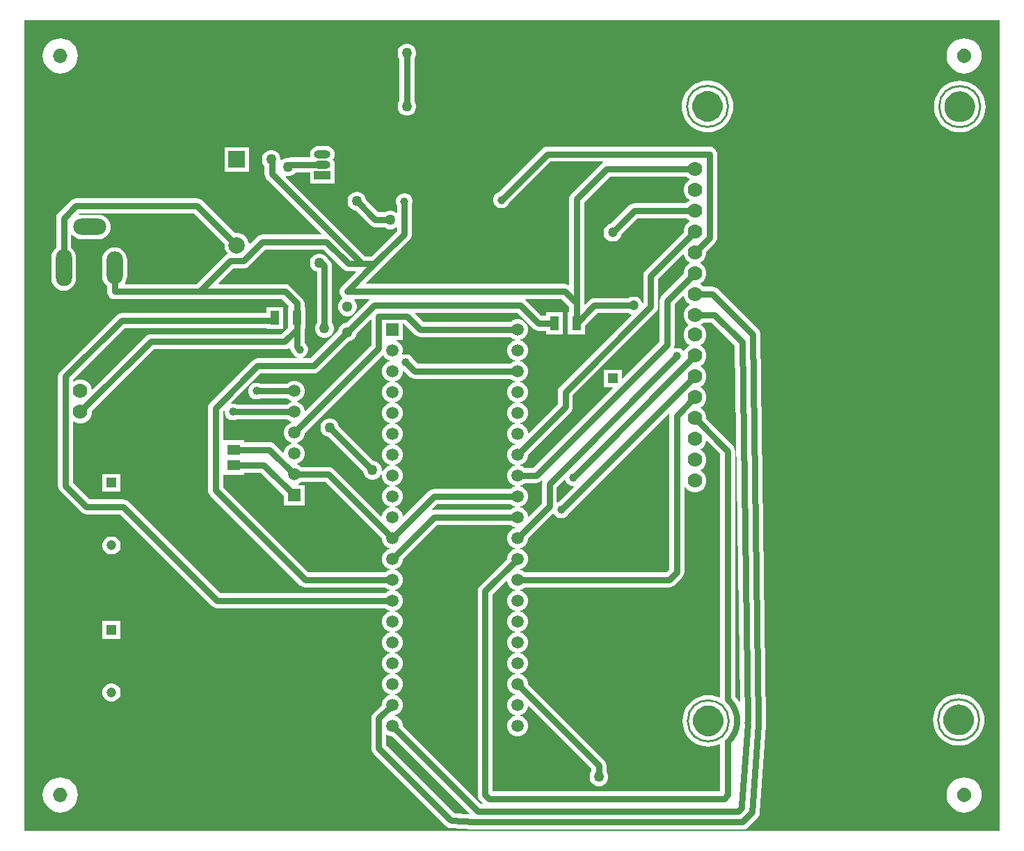
<source format=gbl>
G04*
G04 #@! TF.GenerationSoftware,Altium Limited,Altium Designer,23.1.1 (15)*
G04*
G04 Layer_Physical_Order=2*
G04 Layer_Color=16711680*
%FSLAX44Y44*%
%MOMM*%
G71*
G04*
G04 #@! TF.SameCoordinates,D6B2EDEF-5A9D-4844-A5D7-26F624485CE4*
G04*
G04*
G04 #@! TF.FilePolarity,Positive*
G04*
G01*
G75*
%ADD14C,0.2540*%
%ADD17R,1.1000X1.7000*%
%ADD19R,1.5000X1.3000*%
%ADD47C,0.8000*%
%ADD48C,1.7780*%
%ADD49C,1.3000*%
%ADD50C,1.5000*%
%ADD51R,1.5000X1.5000*%
%ADD52R,1.5000X1.5000*%
%ADD53R,1.2000X1.2000*%
%ADD54C,1.2000*%
%ADD55O,2.0000X1.0000*%
%ADD56R,2.0000X1.0000*%
%ADD57C,2.0000*%
%ADD58R,2.0000X2.0000*%
%ADD59O,2.0000X4.5000*%
%ADD60O,2.0000X4.0000*%
%ADD61O,4.0000X2.0000*%
%ADD62C,1.5000*%
%ADD63C,1.2700*%
%ADD64C,1.0000*%
G36*
X1594167Y272333D02*
X406953D01*
Y1259547D01*
X1594167D01*
Y272333D01*
D02*
G37*
%LPC*%
G36*
X1550560Y1237313D02*
X1546390Y1236902D01*
X1542381Y1235686D01*
X1538686Y1233711D01*
X1535447Y1231053D01*
X1532789Y1227814D01*
X1530814Y1224119D01*
X1529598Y1220110D01*
X1529187Y1215940D01*
X1529598Y1211770D01*
X1530814Y1207761D01*
X1532789Y1204066D01*
X1535447Y1200827D01*
X1538686Y1198169D01*
X1542381Y1196194D01*
X1546390Y1194978D01*
X1550560Y1194567D01*
X1554730Y1194978D01*
X1558739Y1196194D01*
X1562434Y1198169D01*
X1565673Y1200827D01*
X1568331Y1204066D01*
X1570306Y1207761D01*
X1571522Y1211770D01*
X1571933Y1215940D01*
X1571522Y1220110D01*
X1570306Y1224119D01*
X1568331Y1227814D01*
X1565673Y1231053D01*
X1562434Y1233711D01*
X1558739Y1235686D01*
X1554730Y1236902D01*
X1550560Y1237313D01*
D02*
G37*
G36*
X450560D02*
X446390Y1236902D01*
X442381Y1235686D01*
X438686Y1233711D01*
X435447Y1231053D01*
X432789Y1227814D01*
X430814Y1224119D01*
X429598Y1220110D01*
X429187Y1215940D01*
X429598Y1211770D01*
X430814Y1207761D01*
X432789Y1204066D01*
X435447Y1200827D01*
X438686Y1198169D01*
X442381Y1196194D01*
X446390Y1194978D01*
X450560Y1194567D01*
X454730Y1194978D01*
X458739Y1196194D01*
X462434Y1198169D01*
X465673Y1200827D01*
X468331Y1204066D01*
X470306Y1207761D01*
X471522Y1211770D01*
X471933Y1215940D01*
X471522Y1220110D01*
X470306Y1224119D01*
X468331Y1227814D01*
X465673Y1231053D01*
X462434Y1233711D01*
X458739Y1235686D01*
X454730Y1236902D01*
X450560Y1237313D01*
D02*
G37*
G36*
X873984Y1230550D02*
X870996D01*
X868109Y1229777D01*
X865521Y1228282D01*
X863408Y1226169D01*
X861914Y1223581D01*
X861140Y1220694D01*
Y1217706D01*
X861914Y1214819D01*
X863408Y1212231D01*
X863412Y1212226D01*
Y1161404D01*
X863408Y1161399D01*
X861914Y1158811D01*
X861140Y1155924D01*
Y1152936D01*
X861914Y1150049D01*
X863408Y1147461D01*
X865521Y1145348D01*
X868109Y1143854D01*
X870996Y1143080D01*
X873984D01*
X876871Y1143854D01*
X879459Y1145348D01*
X881572Y1147461D01*
X883066Y1150049D01*
X883840Y1152936D01*
Y1155924D01*
X883066Y1158811D01*
X881572Y1161399D01*
X881568Y1161404D01*
Y1212226D01*
X881572Y1212231D01*
X883066Y1214819D01*
X883840Y1217706D01*
Y1220694D01*
X883066Y1223581D01*
X881572Y1226169D01*
X879459Y1228282D01*
X876871Y1229777D01*
X873984Y1230550D01*
D02*
G37*
G36*
X1238390Y1185797D02*
X1233483Y1185411D01*
X1228697Y1184261D01*
X1224150Y1182378D01*
X1219953Y1179806D01*
X1216210Y1176610D01*
X1213014Y1172867D01*
X1210442Y1168670D01*
X1208559Y1164123D01*
X1207410Y1159337D01*
X1207023Y1154430D01*
X1207410Y1149523D01*
X1208559Y1144737D01*
X1210442Y1140190D01*
X1213014Y1135993D01*
X1216210Y1132250D01*
X1219953Y1129054D01*
X1224150Y1126482D01*
X1228697Y1124598D01*
X1233483Y1123449D01*
X1238390Y1123063D01*
X1243297Y1123449D01*
X1248083Y1124598D01*
X1252630Y1126482D01*
X1256827Y1129054D01*
X1260570Y1132250D01*
X1263766Y1135993D01*
X1266338Y1140190D01*
X1268222Y1144737D01*
X1269370Y1149523D01*
X1269757Y1154430D01*
X1269370Y1159337D01*
X1268222Y1164123D01*
X1266338Y1168670D01*
X1263766Y1172867D01*
X1260570Y1176610D01*
X1256827Y1179806D01*
X1252630Y1182378D01*
X1248083Y1184261D01*
X1243297Y1185411D01*
X1238390Y1185797D01*
D02*
G37*
G36*
X1545323Y1185489D02*
X1540416Y1185102D01*
X1535630Y1183953D01*
X1531083Y1182070D01*
X1526886Y1179498D01*
X1523143Y1176302D01*
X1519947Y1172559D01*
X1517375Y1168362D01*
X1515491Y1163815D01*
X1514342Y1159029D01*
X1513956Y1154122D01*
X1514342Y1149215D01*
X1515491Y1144429D01*
X1517375Y1139882D01*
X1519947Y1135685D01*
X1523143Y1131942D01*
X1526886Y1128746D01*
X1531083Y1126174D01*
X1535630Y1124290D01*
X1540416Y1123141D01*
X1545323Y1122755D01*
X1550230Y1123141D01*
X1555016Y1124290D01*
X1559563Y1126174D01*
X1563760Y1128746D01*
X1567502Y1131942D01*
X1570699Y1135685D01*
X1573271Y1139882D01*
X1575154Y1144429D01*
X1576303Y1149215D01*
X1576689Y1154122D01*
X1576303Y1159029D01*
X1575154Y1163815D01*
X1573271Y1168362D01*
X1570699Y1172559D01*
X1567502Y1176302D01*
X1563760Y1179498D01*
X1559563Y1182070D01*
X1555016Y1183953D01*
X1550230Y1185102D01*
X1545323Y1185489D01*
D02*
G37*
G36*
X774620Y1106096D02*
X764620D01*
X762010Y1105753D01*
X759577Y1104745D01*
X757488Y1103142D01*
X755885Y1101053D01*
X754877Y1098621D01*
X754534Y1096010D01*
X754843Y1093658D01*
X754120Y1092388D01*
X731522D01*
X729298Y1092095D01*
X729204Y1092120D01*
X726216D01*
X723329Y1091347D01*
X720741Y1089852D01*
X720010Y1089121D01*
X718740Y1089647D01*
Y1091154D01*
X717967Y1094041D01*
X716472Y1096629D01*
X714359Y1098742D01*
X711771Y1100237D01*
X708884Y1101010D01*
X705896D01*
X703009Y1100237D01*
X700421Y1098742D01*
X698308Y1096629D01*
X696814Y1094041D01*
X696040Y1091154D01*
Y1088166D01*
X696814Y1085279D01*
X698308Y1082691D01*
X699212Y1081787D01*
Y1072251D01*
X699521Y1069901D01*
X700428Y1067712D01*
X701870Y1065832D01*
X768121Y999581D01*
X767635Y998408D01*
X696620D01*
X694270Y998098D01*
X692081Y997191D01*
X690201Y995749D01*
X681645Y987193D01*
X680267Y987611D01*
X679903Y989436D01*
X678773Y992165D01*
X677131Y994622D01*
X675042Y996712D01*
X672585Y998353D01*
X669855Y999484D01*
X666957Y1000060D01*
X664003D01*
X663431Y999947D01*
X623527Y1039851D01*
X621647Y1041293D01*
X619458Y1042200D01*
X617108Y1042510D01*
X469900D01*
X469900Y1042510D01*
X467551Y1042200D01*
X465361Y1041293D01*
X463481Y1039851D01*
X463481Y1039851D01*
X448401Y1024771D01*
X446959Y1022891D01*
X446052Y1020702D01*
X445742Y1018352D01*
Y982035D01*
X444162Y980738D01*
X442288Y978454D01*
X440895Y975848D01*
X440037Y973020D01*
X439748Y970080D01*
Y945080D01*
X440037Y942140D01*
X440895Y939312D01*
X442288Y936706D01*
X444162Y934422D01*
X446446Y932548D01*
X449052Y931155D01*
X451880Y930297D01*
X454820Y930007D01*
X457761Y930297D01*
X460588Y931155D01*
X463194Y932548D01*
X465478Y934422D01*
X467352Y936706D01*
X468745Y939312D01*
X469603Y942140D01*
X469893Y945080D01*
Y970080D01*
X469603Y973020D01*
X468745Y975848D01*
X467352Y978454D01*
X465478Y980738D01*
X463898Y982035D01*
Y997679D01*
X465168Y998134D01*
X466162Y996922D01*
X468446Y995048D01*
X471052Y993655D01*
X473880Y992797D01*
X476820Y992507D01*
X496820D01*
X499760Y992797D01*
X502588Y993655D01*
X505194Y995048D01*
X507478Y996922D01*
X509352Y999206D01*
X510745Y1001812D01*
X511603Y1004639D01*
X511893Y1007580D01*
X511603Y1010520D01*
X510745Y1013348D01*
X509352Y1015954D01*
X507478Y1018238D01*
X505194Y1020112D01*
X502588Y1021505D01*
X499760Y1022363D01*
X496820Y1022653D01*
X476820D01*
X473880Y1022363D01*
X473284Y1022182D01*
X472611Y1023305D01*
X473660Y1024354D01*
X613348D01*
X650594Y987109D01*
X650480Y986538D01*
Y983583D01*
X651057Y980685D01*
X652187Y977955D01*
X653736Y975638D01*
X653766Y975203D01*
X653405Y974126D01*
X652911Y973922D01*
X651031Y972479D01*
X616508Y937956D01*
X529811D01*
X529268Y939104D01*
X529352Y939206D01*
X530745Y941812D01*
X531603Y944640D01*
X531893Y947580D01*
Y967580D01*
X531603Y970520D01*
X530745Y973348D01*
X529352Y975954D01*
X527478Y978238D01*
X525194Y980112D01*
X522588Y981505D01*
X519760Y982363D01*
X516820Y982653D01*
X513879Y982363D01*
X511052Y981505D01*
X508446Y980112D01*
X506162Y978238D01*
X504287Y975954D01*
X502895Y973348D01*
X502037Y970520D01*
X501747Y967580D01*
Y947580D01*
X502037Y944640D01*
X502895Y941812D01*
X504287Y939206D01*
X506162Y936922D01*
X507742Y935625D01*
Y928878D01*
X508052Y926528D01*
X508958Y924339D01*
X510401Y922459D01*
X512281Y921016D01*
X514470Y920110D01*
X516820Y919800D01*
X720432D01*
X728842Y911390D01*
X728316Y910120D01*
X728170D01*
Y885026D01*
X720140Y876996D01*
X560578D01*
X560578Y876996D01*
X558229Y876686D01*
X556039Y875779D01*
X554159Y874337D01*
X490013Y810191D01*
X488596Y810570D01*
X487923Y813081D01*
X486095Y816249D01*
X483509Y818835D01*
X480341Y820663D01*
X476809Y821610D01*
X473151D01*
X469619Y820663D01*
X467294Y819321D01*
X466024Y820054D01*
Y821740D01*
X528778Y884494D01*
X701170D01*
Y883120D01*
X722170D01*
Y910120D01*
X701170D01*
Y902650D01*
X525018D01*
X522668Y902340D01*
X520479Y901433D01*
X518599Y899991D01*
X450527Y831919D01*
X449085Y830039D01*
X448178Y827849D01*
X447868Y825500D01*
Y692404D01*
X448178Y690055D01*
X449085Y687865D01*
X450527Y685985D01*
X476181Y660331D01*
X478061Y658888D01*
X480251Y657982D01*
X482600Y657672D01*
X482600Y657672D01*
X523544D01*
X635185Y546031D01*
X637065Y544589D01*
X639254Y543682D01*
X641604Y543372D01*
X846110D01*
X847035Y542448D01*
X849885Y540802D01*
X851357Y540407D01*
Y539093D01*
X849885Y538698D01*
X847035Y537052D01*
X844707Y534725D01*
X843062Y531875D01*
X842210Y528696D01*
Y525404D01*
X843062Y522225D01*
X844707Y519375D01*
X847035Y517048D01*
X849885Y515402D01*
X851357Y515007D01*
Y513693D01*
X849885Y513298D01*
X847035Y511652D01*
X844707Y509325D01*
X843062Y506475D01*
X842210Y503296D01*
Y500004D01*
X843062Y496825D01*
X844707Y493975D01*
X847035Y491647D01*
X849885Y490002D01*
X851357Y489607D01*
Y488293D01*
X849885Y487898D01*
X847035Y486253D01*
X844707Y483925D01*
X843062Y481075D01*
X842210Y477896D01*
Y474604D01*
X843062Y471425D01*
X844707Y468575D01*
X847035Y466247D01*
X849885Y464602D01*
X851357Y464207D01*
Y462893D01*
X849885Y462498D01*
X847035Y460853D01*
X844707Y458525D01*
X843062Y455675D01*
X842210Y452496D01*
Y449204D01*
X843062Y446025D01*
X844707Y443175D01*
X847035Y440848D01*
X849885Y439202D01*
X851357Y438807D01*
Y437493D01*
X849885Y437098D01*
X847035Y435452D01*
X844707Y433125D01*
X843062Y430275D01*
X842210Y427096D01*
Y425788D01*
X831781Y415359D01*
X830339Y413479D01*
X829432Y411289D01*
X829122Y408940D01*
Y372872D01*
X829432Y370523D01*
X830339Y368333D01*
X831781Y366453D01*
X917830Y280404D01*
X920173Y278061D01*
X920905Y277500D01*
X921602Y276897D01*
X921842Y276781D01*
X922053Y276618D01*
X922905Y276266D01*
X923735Y275864D01*
X923997Y275814D01*
X924243Y275712D01*
X925157Y275591D01*
X926063Y275418D01*
X952936Y273848D01*
X953201Y273867D01*
X953465Y273832D01*
X1280815D01*
X1283165Y274142D01*
X1285354Y275049D01*
X1287234Y276491D01*
X1299294Y288551D01*
X1299815Y289230D01*
X1300385Y289870D01*
X1300534Y290167D01*
X1300737Y290431D01*
X1301064Y291222D01*
X1301449Y291987D01*
X1301516Y292313D01*
X1301644Y292620D01*
X1301755Y293470D01*
X1301929Y294308D01*
X1302770Y305817D01*
X1302769Y305831D01*
X1302772Y305846D01*
X1309422Y401080D01*
X1309385Y401673D01*
X1309633Y406092D01*
X1309581Y407029D01*
X1309593Y407130D01*
X1302656Y876984D01*
X1302494Y878090D01*
X1302348Y879200D01*
X1302322Y879262D01*
X1302312Y879329D01*
X1301869Y880356D01*
X1301441Y881389D01*
X1301400Y881443D01*
X1301373Y881505D01*
X1300680Y882382D01*
X1299998Y883269D01*
X1251019Y932249D01*
X1249139Y933691D01*
X1246949Y934598D01*
X1244600Y934908D01*
X1233576D01*
X1231539Y936945D01*
X1229893Y937895D01*
Y939165D01*
X1231539Y940115D01*
X1234125Y942701D01*
X1235953Y945869D01*
X1236900Y949401D01*
Y953059D01*
X1235953Y956591D01*
X1234125Y959759D01*
X1231539Y962345D01*
X1229893Y963295D01*
Y964565D01*
X1231539Y965515D01*
X1234125Y968101D01*
X1235953Y971269D01*
X1236900Y974801D01*
Y977682D01*
X1247463Y988245D01*
X1248905Y990125D01*
X1249812Y992315D01*
X1250122Y994664D01*
X1250122Y994664D01*
Y1096010D01*
X1249812Y1098360D01*
X1248905Y1100549D01*
X1247463Y1102429D01*
X1247209Y1102683D01*
X1245329Y1104126D01*
X1243139Y1105032D01*
X1240790Y1105342D01*
X1043301D01*
X1040952Y1105032D01*
X1038763Y1104126D01*
X1036883Y1102683D01*
X984157Y1049958D01*
X983692Y1049833D01*
X981412Y1048516D01*
X979550Y1046655D01*
X978233Y1044374D01*
X977552Y1041831D01*
Y1039198D01*
X978233Y1036655D01*
X979550Y1034374D01*
X981412Y1032513D01*
X983692Y1031196D01*
X986236Y1030515D01*
X988868D01*
X991412Y1031196D01*
X993692Y1032513D01*
X995554Y1034374D01*
X996870Y1036655D01*
X996995Y1037120D01*
X1047061Y1087186D01*
X1110757D01*
X1110933Y1086845D01*
X1111093Y1085916D01*
X1109441Y1084649D01*
X1072611Y1047819D01*
X1071169Y1045939D01*
X1070262Y1043749D01*
X1069952Y1041400D01*
Y937753D01*
X1068682Y937147D01*
X1066863Y937900D01*
X1064514Y938210D01*
X823167D01*
X822681Y939383D01*
X839539Y956241D01*
X875861Y992563D01*
X875861Y992563D01*
X877303Y994443D01*
X878210Y996633D01*
X878520Y998982D01*
Y1034545D01*
X878761Y1034962D01*
X879442Y1037505D01*
Y1040138D01*
X878761Y1042682D01*
X877444Y1044962D01*
X875582Y1046824D01*
X873302Y1048140D01*
X870759Y1048822D01*
X868126D01*
X865582Y1048140D01*
X863302Y1046824D01*
X861440Y1044962D01*
X860124Y1042682D01*
X859442Y1040138D01*
Y1037505D01*
X860124Y1034962D01*
X860364Y1034545D01*
Y1025516D01*
X859771Y1025270D01*
X859094Y1025108D01*
X856551Y1026577D01*
X853664Y1027350D01*
X850676D01*
X847789Y1026577D01*
X846180Y1025648D01*
X837580D01*
X822880Y1040348D01*
Y1040354D01*
X822106Y1043241D01*
X820612Y1045829D01*
X818499Y1047942D01*
X815911Y1049436D01*
X813024Y1050210D01*
X810036D01*
X807149Y1049436D01*
X804561Y1047942D01*
X802448Y1045829D01*
X800954Y1043241D01*
X800180Y1040354D01*
Y1037366D01*
X800954Y1034479D01*
X802448Y1031891D01*
X804561Y1029778D01*
X807149Y1028283D01*
X810036Y1027510D01*
X810042D01*
X827401Y1010151D01*
X829281Y1008708D01*
X831470Y1007802D01*
X833820Y1007492D01*
X844626D01*
X845201Y1006918D01*
X847789Y1005424D01*
X850676Y1004650D01*
X853664D01*
X856551Y1005424D01*
X859094Y1006892D01*
X859771Y1006730D01*
X860364Y1006484D01*
Y1002742D01*
X829360Y971738D01*
X821640D01*
X724927Y1068450D01*
X725585Y1069589D01*
X726216Y1069420D01*
X729204D01*
X732091Y1070193D01*
X734679Y1071688D01*
X736792Y1073801D01*
X737041Y1074232D01*
X754620D01*
Y1060610D01*
X784620D01*
Y1080610D01*
X784620Y1080610D01*
X784620D01*
X784518Y1081880D01*
X784706Y1083310D01*
X784363Y1085920D01*
X783355Y1088353D01*
X782352Y1089660D01*
X783355Y1090967D01*
X784363Y1093400D01*
X784706Y1096010D01*
X784363Y1098621D01*
X783355Y1101053D01*
X781752Y1103142D01*
X779663Y1104745D01*
X777231Y1105753D01*
X774620Y1106096D01*
D02*
G37*
G36*
X680480Y1104660D02*
X650480D01*
Y1074660D01*
X680480D01*
Y1104660D01*
D02*
G37*
G36*
X514528Y630760D02*
X511632D01*
X508834Y630010D01*
X506326Y628562D01*
X504278Y626514D01*
X502830Y624006D01*
X502080Y621208D01*
Y618312D01*
X502830Y615514D01*
X504278Y613006D01*
X506326Y610958D01*
X508834Y609510D01*
X511632Y608760D01*
X514528D01*
X517326Y609510D01*
X519834Y610958D01*
X521882Y613006D01*
X523330Y615514D01*
X524080Y618312D01*
Y621208D01*
X523330Y624006D01*
X521882Y626514D01*
X519834Y628562D01*
X517326Y630010D01*
X514528Y630760D01*
D02*
G37*
G36*
X524080Y527890D02*
X502080D01*
Y505890D01*
X524080D01*
Y527890D01*
D02*
G37*
G36*
X514528Y451690D02*
X511632D01*
X508834Y450940D01*
X506326Y449492D01*
X504278Y447444D01*
X502830Y444936D01*
X502080Y442138D01*
Y439242D01*
X502830Y436444D01*
X504278Y433936D01*
X506326Y431888D01*
X508834Y430440D01*
X511632Y429690D01*
X514528D01*
X517326Y430440D01*
X519834Y431888D01*
X521882Y433936D01*
X523330Y436444D01*
X524080Y439242D01*
Y442138D01*
X523330Y444936D01*
X521882Y447444D01*
X519834Y449492D01*
X517326Y450940D01*
X514528Y451690D01*
D02*
G37*
G36*
X1544053Y438729D02*
X1539146Y438343D01*
X1534360Y437193D01*
X1529813Y435310D01*
X1525616Y432738D01*
X1521873Y429542D01*
X1518677Y425799D01*
X1516105Y421602D01*
X1514221Y417055D01*
X1513072Y412269D01*
X1512686Y407362D01*
X1513072Y402455D01*
X1514221Y397669D01*
X1516105Y393122D01*
X1518677Y388925D01*
X1521873Y385182D01*
X1525616Y381986D01*
X1529813Y379414D01*
X1534360Y377531D01*
X1539146Y376381D01*
X1544053Y375995D01*
X1548960Y376381D01*
X1553746Y377531D01*
X1558293Y379414D01*
X1562490Y381986D01*
X1566232Y385182D01*
X1569429Y388925D01*
X1572001Y393122D01*
X1573884Y397669D01*
X1575033Y402455D01*
X1575419Y407362D01*
X1575033Y412269D01*
X1573884Y417055D01*
X1572001Y421602D01*
X1569429Y425799D01*
X1566232Y429542D01*
X1562490Y432738D01*
X1558293Y435310D01*
X1553746Y437193D01*
X1548960Y438343D01*
X1544053Y438729D01*
D02*
G37*
G36*
X1550560Y337313D02*
X1546390Y336902D01*
X1542381Y335686D01*
X1538686Y333711D01*
X1535447Y331053D01*
X1532789Y327814D01*
X1530814Y324119D01*
X1529598Y320110D01*
X1529187Y315940D01*
X1529598Y311770D01*
X1530814Y307761D01*
X1532789Y304066D01*
X1535447Y300827D01*
X1538686Y298169D01*
X1542381Y296194D01*
X1546390Y294978D01*
X1550560Y294567D01*
X1554730Y294978D01*
X1558739Y296194D01*
X1562434Y298169D01*
X1565673Y300827D01*
X1568331Y304066D01*
X1570306Y307761D01*
X1571522Y311770D01*
X1571933Y315940D01*
X1571522Y320110D01*
X1570306Y324119D01*
X1568331Y327814D01*
X1565673Y331053D01*
X1562434Y333711D01*
X1558739Y335686D01*
X1554730Y336902D01*
X1550560Y337313D01*
D02*
G37*
G36*
X450560D02*
X446390Y336902D01*
X442381Y335686D01*
X438686Y333711D01*
X435447Y331053D01*
X432789Y327814D01*
X430814Y324119D01*
X429598Y320110D01*
X429187Y315940D01*
X429598Y311770D01*
X430814Y307761D01*
X432789Y304066D01*
X435447Y300827D01*
X438686Y298169D01*
X442381Y296194D01*
X446390Y294978D01*
X450560Y294567D01*
X454730Y294978D01*
X458739Y296194D01*
X462434Y298169D01*
X465673Y300827D01*
X468331Y304066D01*
X470306Y307761D01*
X471522Y311770D01*
X471933Y315940D01*
X471522Y320110D01*
X470306Y324119D01*
X468331Y327814D01*
X465673Y331053D01*
X462434Y333711D01*
X458739Y335686D01*
X454730Y336902D01*
X450560Y337313D01*
D02*
G37*
%LPD*%
G36*
X1552806Y1224322D02*
X1554899Y1223455D01*
X1556696Y1222076D01*
X1558075Y1220279D01*
X1558942Y1218186D01*
X1559237Y1215940D01*
X1558942Y1213694D01*
X1558075Y1211601D01*
X1556696Y1209804D01*
X1554899Y1208425D01*
X1552806Y1207558D01*
X1550560Y1207263D01*
X1548314Y1207558D01*
X1546221Y1208425D01*
X1544424Y1209804D01*
X1543045Y1211601D01*
X1542178Y1213694D01*
X1541883Y1215940D01*
X1542178Y1218186D01*
X1543045Y1220279D01*
X1544424Y1222076D01*
X1546221Y1223455D01*
X1548314Y1224322D01*
X1550560Y1224617D01*
X1552806Y1224322D01*
D02*
G37*
G36*
X452806D02*
X454899Y1223455D01*
X456696Y1222076D01*
X458075Y1220279D01*
X458942Y1218186D01*
X459237Y1215940D01*
X458942Y1213694D01*
X458075Y1211601D01*
X456696Y1209804D01*
X454899Y1208425D01*
X452806Y1207558D01*
X450560Y1207263D01*
X448314Y1207558D01*
X446221Y1208425D01*
X444424Y1209804D01*
X443045Y1211601D01*
X442178Y1213694D01*
X441883Y1215940D01*
X442178Y1218186D01*
X443045Y1220279D01*
X444424Y1222076D01*
X446221Y1223455D01*
X448314Y1224322D01*
X450560Y1224617D01*
X452806Y1224322D01*
D02*
G37*
G36*
X1242037Y1172764D02*
X1245544Y1171700D01*
X1248775Y1169973D01*
X1251608Y1167648D01*
X1253933Y1164815D01*
X1255660Y1161583D01*
X1256724Y1158077D01*
X1257083Y1154430D01*
X1256724Y1150783D01*
X1255660Y1147277D01*
X1253933Y1144045D01*
X1251608Y1141212D01*
X1248775Y1138887D01*
X1245544Y1137160D01*
X1242037Y1136096D01*
X1238390Y1135737D01*
X1234743Y1136096D01*
X1231236Y1137160D01*
X1228005Y1138887D01*
X1225172Y1141212D01*
X1222847Y1144045D01*
X1221120Y1147277D01*
X1220056Y1150783D01*
X1219697Y1154430D01*
X1220056Y1158077D01*
X1221120Y1161583D01*
X1222847Y1164815D01*
X1225172Y1167648D01*
X1228005Y1169973D01*
X1231236Y1171700D01*
X1234743Y1172764D01*
X1238390Y1173123D01*
X1242037Y1172764D01*
D02*
G37*
G36*
X1548970Y1172456D02*
X1552476Y1171392D01*
X1555708Y1169665D01*
X1558541Y1167340D01*
X1560865Y1164507D01*
X1562593Y1161275D01*
X1563657Y1157769D01*
X1564016Y1154122D01*
X1563657Y1150475D01*
X1562593Y1146968D01*
X1560865Y1143737D01*
X1558541Y1140904D01*
X1555708Y1138579D01*
X1552476Y1136852D01*
X1548970Y1135788D01*
X1545323Y1135429D01*
X1541676Y1135788D01*
X1538169Y1136852D01*
X1534937Y1138579D01*
X1532105Y1140904D01*
X1529780Y1143737D01*
X1528053Y1146968D01*
X1526989Y1150475D01*
X1526630Y1154122D01*
X1526989Y1157769D01*
X1528053Y1161275D01*
X1529780Y1164507D01*
X1532105Y1167340D01*
X1534937Y1169665D01*
X1538169Y1171392D01*
X1541676Y1172456D01*
X1545323Y1172815D01*
X1548970Y1172456D01*
D02*
G37*
G36*
X1214481Y1067115D02*
X1216127Y1066165D01*
Y1064895D01*
X1214481Y1063945D01*
X1211895Y1061359D01*
X1210067Y1058191D01*
X1209120Y1054659D01*
Y1051001D01*
X1210067Y1047469D01*
X1211895Y1044301D01*
X1214481Y1041715D01*
X1216127Y1040765D01*
Y1039495D01*
X1214481Y1038545D01*
X1212444Y1036508D01*
X1149490D01*
X1147141Y1036198D01*
X1144951Y1035292D01*
X1143071Y1033849D01*
X1120840Y1011617D01*
X1118574Y1011010D01*
X1116066Y1009562D01*
X1114018Y1007514D01*
X1112570Y1005006D01*
X1111820Y1002208D01*
Y999312D01*
X1112570Y996514D01*
X1114018Y994006D01*
X1116066Y991958D01*
X1118574Y990510D01*
X1121372Y989760D01*
X1124268D01*
X1127066Y990510D01*
X1129574Y991958D01*
X1131622Y994006D01*
X1133071Y996514D01*
X1133678Y998780D01*
X1153250Y1018352D01*
X1212444D01*
X1214481Y1016315D01*
X1216127Y1015365D01*
Y1014095D01*
X1214481Y1013145D01*
X1211895Y1010559D01*
X1210067Y1007391D01*
X1209120Y1003859D01*
Y1000978D01*
X1162743Y954601D01*
X1161301Y952721D01*
X1160394Y950531D01*
X1160084Y948182D01*
Y914990D01*
X1158814Y914823D01*
X1158471Y916106D01*
X1157022Y918614D01*
X1154974Y920662D01*
X1152466Y922110D01*
X1149668Y922860D01*
X1146772D01*
X1143974Y922110D01*
X1141943Y920938D01*
X1100620D01*
X1100620Y920938D01*
X1098271Y920628D01*
X1096081Y919722D01*
X1094201Y918279D01*
X1094201Y918279D01*
X1089281Y913359D01*
X1088108Y913845D01*
Y914616D01*
Y1037640D01*
X1119620Y1069152D01*
X1212444D01*
X1214481Y1067115D01*
D02*
G37*
G36*
X1069952Y910856D02*
Y903770D01*
X1068530D01*
Y876770D01*
X1089530D01*
Y887932D01*
X1104380Y902782D01*
X1141943D01*
X1143974Y901610D01*
X1145405Y901226D01*
X1145734Y899999D01*
X1058857Y813123D01*
X1057414Y811243D01*
X1056508Y809053D01*
X1056198Y806704D01*
Y792176D01*
X1020783Y756761D01*
X1020186Y757009D01*
X1019591Y757365D01*
X1018758Y760475D01*
X1017113Y763325D01*
X1014785Y765652D01*
X1011935Y767298D01*
X1010463Y767693D01*
Y769007D01*
X1011935Y769402D01*
X1014785Y771048D01*
X1017113Y773375D01*
X1018758Y776225D01*
X1019610Y779404D01*
Y782696D01*
X1018758Y785875D01*
X1017113Y788725D01*
X1014785Y791052D01*
X1011935Y792698D01*
X1010463Y793093D01*
Y794407D01*
X1011935Y794802D01*
X1014785Y796448D01*
X1017113Y798775D01*
X1018758Y801625D01*
X1019610Y804804D01*
Y808096D01*
X1018758Y811275D01*
X1017113Y814125D01*
X1014785Y816452D01*
X1011935Y818098D01*
X1010463Y818493D01*
Y819807D01*
X1011935Y820202D01*
X1014785Y821848D01*
X1017113Y824175D01*
X1018758Y827025D01*
X1019610Y830204D01*
Y833496D01*
X1018758Y836675D01*
X1017113Y839525D01*
X1014785Y841852D01*
X1011935Y843498D01*
X1010463Y843893D01*
Y845207D01*
X1011935Y845602D01*
X1014785Y847247D01*
X1017113Y849575D01*
X1018758Y852425D01*
X1019610Y855604D01*
Y858896D01*
X1018758Y862075D01*
X1017113Y864925D01*
X1014785Y867253D01*
X1011935Y868898D01*
X1010463Y869293D01*
Y870607D01*
X1011935Y871002D01*
X1014785Y872647D01*
X1017113Y874975D01*
X1018758Y877825D01*
X1019610Y881004D01*
Y884296D01*
X1018758Y887475D01*
X1017113Y890325D01*
X1014785Y892653D01*
X1011935Y894298D01*
X1008756Y895150D01*
X1005464D01*
X1002285Y894298D01*
X999435Y892653D01*
X998510Y891728D01*
X892750D01*
X882578Y901900D01*
X883064Y903073D01*
X1006869D01*
X1026091Y883851D01*
X1027971Y882409D01*
X1030161Y881502D01*
X1032510Y881192D01*
X1041530D01*
Y876770D01*
X1062530D01*
Y903770D01*
X1041530D01*
Y899348D01*
X1036270D01*
X1017048Y918569D01*
X1016768Y918784D01*
X1017199Y920054D01*
X1060754D01*
X1069952Y910856D01*
D02*
G37*
G36*
X1209394Y922980D02*
X1210067Y920469D01*
X1211895Y917301D01*
X1214481Y914715D01*
X1216127Y913765D01*
Y912495D01*
X1214481Y911545D01*
X1211895Y908959D01*
X1210067Y905791D01*
X1209120Y902259D01*
Y898601D01*
X1210067Y895069D01*
X1211895Y891901D01*
X1214481Y889315D01*
X1215027Y889000D01*
Y887730D01*
X1214481Y887415D01*
X1211895Y884829D01*
X1210067Y881661D01*
X1209120Y878129D01*
Y874471D01*
X1210067Y870939D01*
X1211895Y867771D01*
X1214481Y865185D01*
X1216127Y864235D01*
Y862965D01*
X1214481Y862015D01*
X1211895Y859429D01*
X1210479Y856976D01*
X1210367Y856905D01*
X1208951Y856779D01*
X1207560Y858170D01*
X1205280Y859486D01*
X1202737Y860168D01*
X1200104D01*
X1198436Y859721D01*
X1197614Y860546D01*
X1197503Y860786D01*
X1197996Y861978D01*
X1198306Y864327D01*
Y913688D01*
X1207977Y923360D01*
X1209394Y922980D01*
D02*
G37*
G36*
X794951Y956241D02*
X796831Y954799D01*
X799020Y953892D01*
X801370Y953582D01*
X809545D01*
X810031Y952409D01*
X793173Y935551D01*
X791730Y933671D01*
X790824Y931481D01*
X790514Y929132D01*
X790824Y926783D01*
X791730Y924593D01*
X793173Y922713D01*
X794197Y921927D01*
X794097Y920403D01*
X793039Y919792D01*
X790898Y917651D01*
X789384Y915029D01*
X788600Y912104D01*
Y909076D01*
X789384Y906151D01*
X790898Y903529D01*
X793039Y901388D01*
X795661Y899874D01*
X798586Y899090D01*
X801614D01*
X804539Y899874D01*
X807161Y901388D01*
X809302Y903529D01*
X810816Y906151D01*
X811600Y909076D01*
Y912104D01*
X810816Y915029D01*
X809302Y917651D01*
X808169Y918784D01*
X808695Y920054D01*
X826090D01*
X826522Y918784D01*
X826241Y918569D01*
X798762Y891090D01*
X798586D01*
X795661Y890307D01*
X793039Y888793D01*
X790898Y886652D01*
X789384Y884029D01*
X788600Y881104D01*
Y880928D01*
X755236Y847564D01*
X745790D01*
X745623Y848834D01*
X746048Y848948D01*
X748328Y850264D01*
X750190Y852126D01*
X751507Y854406D01*
X752188Y856949D01*
Y859583D01*
X751507Y862126D01*
X750190Y864406D01*
X748328Y866268D01*
X747748Y866603D01*
Y883120D01*
X749170D01*
Y910120D01*
X747748D01*
Y914400D01*
X747748Y914400D01*
X747438Y916749D01*
X746532Y918939D01*
X745089Y920819D01*
X730611Y935297D01*
X728731Y936740D01*
X726542Y937646D01*
X724192Y937956D01*
X643843D01*
X643357Y939129D01*
X661210Y956983D01*
X673350D01*
X675699Y957292D01*
X677889Y958199D01*
X679769Y959641D01*
X700380Y980252D01*
X770940D01*
X794951Y956241D01*
D02*
G37*
G36*
X882571Y876231D02*
X882571Y876231D01*
X884452Y874789D01*
X886641Y873882D01*
X888990Y873572D01*
X998510D01*
X999435Y872647D01*
X1002285Y871002D01*
X1003757Y870607D01*
Y869293D01*
X1002285Y868898D01*
X999435Y867253D01*
X997107Y864925D01*
X995462Y862075D01*
X994610Y858896D01*
Y855604D01*
X995462Y852425D01*
X997107Y849575D01*
X999435Y847247D01*
X1002285Y845602D01*
X1003757Y845207D01*
Y843893D01*
X1002285Y843498D01*
X999435Y841852D01*
X998510Y840928D01*
X885648D01*
X880654Y845922D01*
X880529Y846387D01*
X879212Y848668D01*
X877350Y850530D01*
X875070Y851846D01*
X872527Y852528D01*
X869894D01*
X867470Y851878D01*
X867202Y852010D01*
X867186Y852022D01*
X866458Y852797D01*
X867210Y855604D01*
Y858896D01*
X866358Y862075D01*
X864713Y864925D01*
X862385Y867253D01*
X859535Y868898D01*
X859770Y870150D01*
X867210D01*
Y890073D01*
X868730D01*
X882571Y876231D01*
D02*
G37*
G36*
X1209394Y973780D02*
X1210067Y971269D01*
X1211895Y968101D01*
X1214481Y965515D01*
X1216127Y964565D01*
Y963295D01*
X1214481Y962345D01*
X1211895Y959759D01*
X1210067Y956591D01*
X1209120Y953059D01*
Y950178D01*
X1182809Y923867D01*
X1181367Y921987D01*
X1180460Y919797D01*
X1180150Y917448D01*
Y868087D01*
X1134994Y822931D01*
X1133820Y823417D01*
Y833960D01*
X1111820D01*
Y811960D01*
X1122364D01*
X1122850Y810787D01*
X1025991Y713928D01*
X1015710D01*
X1014785Y714853D01*
X1011935Y716498D01*
X1010463Y716893D01*
Y718207D01*
X1011935Y718602D01*
X1014785Y720247D01*
X1017113Y722575D01*
X1018758Y725425D01*
X1019610Y728604D01*
Y729912D01*
X1071695Y781997D01*
X1073138Y783877D01*
X1074044Y786067D01*
X1074354Y788416D01*
Y802944D01*
X1175581Y904171D01*
X1175581Y904171D01*
X1177023Y906051D01*
X1177930Y908241D01*
X1178240Y910590D01*
Y944422D01*
X1207977Y974159D01*
X1209394Y973780D01*
D02*
G37*
G36*
X829122Y894116D02*
Y863550D01*
X749003Y783431D01*
X748406Y783679D01*
X747811Y784035D01*
X746978Y787145D01*
X745332Y789995D01*
X743005Y792322D01*
X740155Y793968D01*
X738683Y794363D01*
Y795677D01*
X740155Y796072D01*
X743005Y797718D01*
X745332Y800045D01*
X746978Y802895D01*
X747830Y806074D01*
Y809366D01*
X746978Y812545D01*
X745332Y815395D01*
X743005Y817722D01*
X740155Y819368D01*
X736976Y820220D01*
X733684D01*
X730505Y819368D01*
X727655Y817722D01*
X726730Y816798D01*
X693633D01*
X693216Y817038D01*
X690673Y817720D01*
X688039D01*
X685496Y817038D01*
X683216Y815722D01*
X681354Y813860D01*
X680038Y811580D01*
X679356Y809036D01*
Y806404D01*
X680038Y803860D01*
X681354Y801580D01*
X683216Y799718D01*
X685496Y798401D01*
X688039Y797720D01*
X690673D01*
X693216Y798401D01*
X693633Y798642D01*
X726730D01*
X727655Y797718D01*
X730505Y796072D01*
X731977Y795677D01*
Y794363D01*
X730505Y793968D01*
X727655Y792322D01*
X726730Y791398D01*
X664931D01*
X664514Y791638D01*
X661971Y792320D01*
X659337D01*
X659238Y792293D01*
X658581Y793432D01*
X694557Y829408D01*
X758996D01*
X761345Y829718D01*
X763534Y830625D01*
X765415Y832067D01*
X801438Y868090D01*
X801614D01*
X804539Y868874D01*
X807161Y870388D01*
X809302Y872529D01*
X810816Y875152D01*
X811600Y878076D01*
Y878253D01*
X827949Y894602D01*
X829122Y894116D01*
D02*
G37*
G36*
X729859Y859760D02*
X729902Y859435D01*
X730809Y857245D01*
X732251Y855365D01*
X732745Y854872D01*
X732869Y854406D01*
X734186Y852126D01*
X736048Y850264D01*
X738328Y848948D01*
X738753Y848834D01*
X738586Y847564D01*
X690797D01*
X688448Y847254D01*
X686258Y846348D01*
X684378Y844905D01*
X633153Y793680D01*
X631711Y791800D01*
X630804Y789610D01*
X630494Y787261D01*
Y686816D01*
X630804Y684467D01*
X631711Y682277D01*
X633153Y680397D01*
X742119Y571431D01*
X743999Y569989D01*
X746189Y569082D01*
X748538Y568772D01*
X846110D01*
X847035Y567848D01*
X849885Y566202D01*
X851357Y565807D01*
Y564493D01*
X849885Y564098D01*
X847035Y562453D01*
X846110Y561528D01*
X645364D01*
X533723Y673169D01*
X531843Y674612D01*
X529653Y675518D01*
X527304Y675828D01*
X486360D01*
X466024Y696164D01*
Y769986D01*
X467294Y770719D01*
X469619Y769377D01*
X473151Y768430D01*
X476809D01*
X480341Y769377D01*
X483509Y771205D01*
X486095Y773791D01*
X487923Y776959D01*
X488870Y780491D01*
Y783372D01*
X564338Y858840D01*
X723900D01*
X726249Y859150D01*
X728439Y860057D01*
X728686Y860246D01*
X729859Y859760D01*
D02*
G37*
G36*
X650681Y783736D02*
X650654Y783636D01*
Y781003D01*
X651336Y778460D01*
X652652Y776180D01*
X654514Y774318D01*
X656794Y773001D01*
X659337Y772320D01*
X661971D01*
X664514Y773001D01*
X664931Y773242D01*
X726730D01*
X727655Y772318D01*
X730505Y770672D01*
X731977Y770277D01*
Y768963D01*
X730505Y768568D01*
X727655Y766923D01*
X725328Y764595D01*
X723682Y761745D01*
X722830Y758566D01*
Y755274D01*
X723682Y752095D01*
X725328Y749245D01*
X727655Y746917D01*
X730505Y745272D01*
X731977Y744877D01*
Y743563D01*
X730505Y743168D01*
X727655Y741523D01*
X725328Y739195D01*
X723682Y736345D01*
X722849Y733235D01*
X722254Y732879D01*
X721657Y732631D01*
X711319Y742969D01*
X709439Y744412D01*
X707249Y745319D01*
X704900Y745628D01*
X674170D01*
Y748050D01*
X649170D01*
X648650Y749105D01*
Y783501D01*
X649542Y784393D01*
X650681Y783736D01*
D02*
G37*
G36*
X843807Y851134D02*
X844707Y849575D01*
X847035Y847247D01*
X849885Y845602D01*
X851357Y845207D01*
Y843893D01*
X849885Y843498D01*
X847035Y841852D01*
X844707Y839525D01*
X843062Y836675D01*
X842210Y833496D01*
Y830204D01*
X843062Y827025D01*
X844707Y824175D01*
X847035Y821848D01*
X849885Y820202D01*
X851357Y819807D01*
Y818493D01*
X849885Y818098D01*
X847035Y816452D01*
X844707Y814125D01*
X843062Y811275D01*
X842210Y808096D01*
Y804804D01*
X843062Y801625D01*
X844707Y798775D01*
X847035Y796448D01*
X849885Y794802D01*
X851357Y794407D01*
Y793093D01*
X849885Y792698D01*
X847035Y791052D01*
X844707Y788725D01*
X843062Y785875D01*
X842210Y782696D01*
Y779404D01*
X843062Y776225D01*
X844707Y773375D01*
X847035Y771048D01*
X849885Y769402D01*
X851357Y769007D01*
Y767693D01*
X849885Y767298D01*
X847035Y765652D01*
X844707Y763325D01*
X843062Y760475D01*
X842210Y757296D01*
Y754004D01*
X843062Y750825D01*
X844707Y747975D01*
X847035Y745648D01*
X849885Y744002D01*
X851357Y743607D01*
Y742293D01*
X849885Y741898D01*
X847035Y740253D01*
X844707Y737925D01*
X843062Y735075D01*
X842210Y731896D01*
Y728604D01*
X843062Y725425D01*
X844707Y722575D01*
X847035Y720247D01*
X849885Y718602D01*
X851357Y718207D01*
Y716893D01*
X849885Y716498D01*
X847035Y714853D01*
X844707Y712525D01*
X843200Y709914D01*
X842147Y710041D01*
X841930Y710127D01*
Y712694D01*
X841156Y715581D01*
X839662Y718169D01*
X837549Y720282D01*
X834961Y721777D01*
X832074Y722550D01*
X832068D01*
X789860Y764758D01*
Y764764D01*
X789087Y767651D01*
X787592Y770239D01*
X785479Y772352D01*
X782891Y773847D01*
X780004Y774620D01*
X777016D01*
X774129Y773847D01*
X771541Y772352D01*
X769428Y770239D01*
X767934Y767651D01*
X767160Y764764D01*
Y761776D01*
X767934Y758889D01*
X769428Y756301D01*
X771541Y754188D01*
X774129Y752693D01*
X777016Y751920D01*
X777022D01*
X819230Y709712D01*
Y709706D01*
X820004Y706819D01*
X821498Y704231D01*
X823611Y702118D01*
X826199Y700623D01*
X829086Y699850D01*
X832074D01*
X834961Y700623D01*
X837549Y702118D01*
X839662Y704231D01*
X840940Y706444D01*
X842210Y706104D01*
Y703204D01*
X843062Y700025D01*
X844707Y697175D01*
X847035Y694847D01*
X849885Y693202D01*
X851357Y692807D01*
Y691493D01*
X849885Y691098D01*
X847035Y689453D01*
X844707Y687125D01*
X843062Y684275D01*
X842210Y681096D01*
Y677804D01*
X843062Y674625D01*
X844707Y671775D01*
X847035Y669447D01*
X849885Y667802D01*
X851357Y667407D01*
Y666093D01*
X849885Y665698D01*
X847035Y664053D01*
X844707Y661725D01*
X843062Y658875D01*
X842229Y655765D01*
X841634Y655409D01*
X841037Y655161D01*
X783659Y712539D01*
X781779Y713981D01*
X779589Y714888D01*
X777240Y715198D01*
X743930D01*
X743005Y716123D01*
X740155Y717768D01*
X738683Y718163D01*
Y719477D01*
X740155Y719872D01*
X743005Y721517D01*
X745332Y723845D01*
X746978Y726695D01*
X747830Y729874D01*
Y733166D01*
X746978Y736345D01*
X745332Y739195D01*
X743005Y741523D01*
X740155Y743168D01*
X738683Y743563D01*
Y744877D01*
X740155Y745272D01*
X743005Y746917D01*
X745332Y749245D01*
X746978Y752095D01*
X747830Y755274D01*
Y756582D01*
X842548Y851300D01*
X843807Y851134D01*
D02*
G37*
G36*
X1253865Y731007D02*
Y435261D01*
X1252595Y434412D01*
X1248946Y435923D01*
X1244160Y437072D01*
X1239253Y437459D01*
X1234346Y437072D01*
X1229560Y435923D01*
X1225013Y434040D01*
X1220816Y431468D01*
X1217073Y428272D01*
X1213877Y424529D01*
X1211305Y420332D01*
X1209421Y415785D01*
X1208272Y410999D01*
X1207886Y406092D01*
X1208272Y401185D01*
X1209421Y396399D01*
X1211305Y391852D01*
X1213877Y387655D01*
X1217073Y383912D01*
X1220816Y380716D01*
X1225013Y378144D01*
X1229560Y376260D01*
X1234346Y375111D01*
X1239253Y374725D01*
X1244160Y375111D01*
X1248946Y376260D01*
X1252595Y377772D01*
X1253865Y376923D01*
Y320228D01*
X976818D01*
Y560120D01*
X993437Y576739D01*
X994034Y576491D01*
X994629Y576135D01*
X995462Y573025D01*
X997107Y570175D01*
X999435Y567848D01*
X1002285Y566202D01*
X1003757Y565807D01*
Y564493D01*
X1002285Y564098D01*
X999435Y562453D01*
X997107Y560125D01*
X995462Y557275D01*
X994610Y554096D01*
Y550804D01*
X995462Y547625D01*
X997107Y544775D01*
X999435Y542448D01*
X1002285Y540802D01*
X1003757Y540407D01*
Y539093D01*
X1002285Y538698D01*
X999435Y537052D01*
X997107Y534725D01*
X995462Y531875D01*
X994610Y528696D01*
Y525404D01*
X995462Y522225D01*
X997107Y519375D01*
X999435Y517048D01*
X1002285Y515402D01*
X1003757Y515007D01*
Y513693D01*
X1002285Y513298D01*
X999435Y511652D01*
X997107Y509325D01*
X995462Y506475D01*
X994610Y503296D01*
Y500004D01*
X995462Y496825D01*
X997107Y493975D01*
X999435Y491647D01*
X1002285Y490002D01*
X1003757Y489607D01*
Y488293D01*
X1002285Y487898D01*
X999435Y486253D01*
X997107Y483925D01*
X995462Y481075D01*
X994610Y477896D01*
Y474604D01*
X995462Y471425D01*
X997107Y468575D01*
X999435Y466247D01*
X1002285Y464602D01*
X1003757Y464207D01*
Y462893D01*
X1002285Y462498D01*
X999435Y460853D01*
X997107Y458525D01*
X995462Y455675D01*
X994610Y452496D01*
Y449204D01*
X995462Y446025D01*
X997107Y443175D01*
X999435Y440848D01*
X1002285Y439202D01*
X1003757Y438807D01*
Y437493D01*
X1002285Y437098D01*
X999435Y435452D01*
X997107Y433125D01*
X995462Y430275D01*
X994610Y427096D01*
Y423804D01*
X995462Y420625D01*
X997107Y417775D01*
X999435Y415448D01*
X1002285Y413802D01*
X1003757Y413407D01*
Y412093D01*
X1002285Y411698D01*
X999435Y410052D01*
X997107Y407725D01*
X995462Y404875D01*
X994610Y401696D01*
Y398404D01*
X995462Y395225D01*
X997107Y392375D01*
X999435Y390047D01*
X1002285Y388402D01*
X1005464Y387550D01*
X1008756D01*
X1011935Y388402D01*
X1014785Y390047D01*
X1017113Y392375D01*
X1018758Y395225D01*
X1019610Y398404D01*
Y401696D01*
X1018758Y404875D01*
X1017113Y407725D01*
X1014785Y410052D01*
X1011935Y411698D01*
X1010463Y412093D01*
Y413407D01*
X1011935Y413802D01*
X1014785Y415448D01*
X1017113Y417775D01*
X1018758Y420625D01*
X1019591Y423735D01*
X1020186Y424091D01*
X1020783Y424339D01*
X1097092Y348030D01*
Y344794D01*
X1097088Y344789D01*
X1095593Y342201D01*
X1094820Y339314D01*
Y336326D01*
X1095593Y333439D01*
X1097088Y330851D01*
X1099201Y328738D01*
X1101789Y327243D01*
X1104676Y326470D01*
X1107664D01*
X1110551Y327243D01*
X1113139Y328738D01*
X1115252Y330851D01*
X1116747Y333439D01*
X1117520Y336326D01*
Y339314D01*
X1116747Y342201D01*
X1115252Y344789D01*
X1115248Y344794D01*
Y351790D01*
X1114938Y354140D01*
X1114032Y356329D01*
X1112589Y358209D01*
X1019610Y451188D01*
Y452496D01*
X1018758Y455675D01*
X1017113Y458525D01*
X1014785Y460853D01*
X1011935Y462498D01*
X1010463Y462893D01*
Y464207D01*
X1011935Y464602D01*
X1014785Y466247D01*
X1017113Y468575D01*
X1018758Y471425D01*
X1019610Y474604D01*
Y477896D01*
X1018758Y481075D01*
X1017113Y483925D01*
X1014785Y486253D01*
X1011935Y487898D01*
X1010463Y488293D01*
Y489607D01*
X1011935Y490002D01*
X1014785Y491647D01*
X1017113Y493975D01*
X1018758Y496825D01*
X1019610Y500004D01*
Y503296D01*
X1018758Y506475D01*
X1017113Y509325D01*
X1014785Y511652D01*
X1011935Y513298D01*
X1010463Y513693D01*
Y515007D01*
X1011935Y515402D01*
X1014785Y517048D01*
X1017113Y519375D01*
X1018758Y522225D01*
X1019610Y525404D01*
Y528696D01*
X1018758Y531875D01*
X1017113Y534725D01*
X1014785Y537052D01*
X1011935Y538698D01*
X1010463Y539093D01*
Y540407D01*
X1011935Y540802D01*
X1014785Y542448D01*
X1017113Y544775D01*
X1018758Y547625D01*
X1019610Y550804D01*
Y554096D01*
X1018758Y557275D01*
X1017113Y560125D01*
X1014785Y562453D01*
X1011935Y564098D01*
X1010463Y564493D01*
Y565807D01*
X1011935Y566202D01*
X1014785Y567848D01*
X1015710Y568772D01*
X1191768D01*
X1194117Y569082D01*
X1196307Y569989D01*
X1198187Y571431D01*
X1207384Y580628D01*
X1207384Y580628D01*
X1208826Y582508D01*
X1209733Y584697D01*
X1210042Y587047D01*
Y690640D01*
X1211312Y690981D01*
X1211895Y689971D01*
X1214481Y687385D01*
X1217649Y685557D01*
X1221181Y684610D01*
X1224839D01*
X1228371Y685557D01*
X1231539Y687385D01*
X1234125Y689971D01*
X1235953Y693139D01*
X1236900Y696671D01*
Y700329D01*
X1235953Y703861D01*
X1234125Y707029D01*
X1231539Y709615D01*
X1229893Y710565D01*
Y711835D01*
X1231539Y712785D01*
X1234125Y715371D01*
X1235953Y718539D01*
X1236900Y722071D01*
Y725729D01*
X1235953Y729261D01*
X1234125Y732429D01*
X1231539Y735015D01*
X1229893Y735965D01*
Y737235D01*
X1231539Y738185D01*
X1234125Y740771D01*
X1235953Y743939D01*
X1236626Y746450D01*
X1238043Y746830D01*
X1253865Y731007D01*
D02*
G37*
G36*
X1065023Y699378D02*
X1065236Y698584D01*
X1066552Y696304D01*
X1068414Y694442D01*
X1070694Y693126D01*
X1073238Y692444D01*
X1075320D01*
X1075846Y691174D01*
X1057055Y672383D01*
X1056590Y672259D01*
X1055895Y671857D01*
X1054796Y672492D01*
Y690706D01*
X1063796Y699706D01*
X1065023Y699378D01*
D02*
G37*
G36*
X999435Y669447D02*
X1002285Y667802D01*
X1003757Y667407D01*
Y666093D01*
X1002285Y665698D01*
X999435Y664053D01*
X998510Y663128D01*
X905510D01*
X903565Y662872D01*
X902948Y664051D01*
X909270Y670372D01*
X998510D01*
X999435Y669447D01*
D02*
G37*
G36*
X875469Y825431D02*
X877349Y823988D01*
X879538Y823082D01*
X881888Y822772D01*
X998510D01*
X999435Y821848D01*
X1002285Y820202D01*
X1003757Y819807D01*
Y818493D01*
X1002285Y818098D01*
X999435Y816452D01*
X997107Y814125D01*
X995462Y811275D01*
X994610Y808096D01*
Y804804D01*
X995462Y801625D01*
X997107Y798775D01*
X999435Y796448D01*
X1002285Y794802D01*
X1003757Y794407D01*
Y793093D01*
X1002285Y792698D01*
X999435Y791052D01*
X997107Y788725D01*
X995462Y785875D01*
X994610Y782696D01*
Y779404D01*
X995462Y776225D01*
X997107Y773375D01*
X999435Y771048D01*
X1002285Y769402D01*
X1003757Y769007D01*
Y767693D01*
X1002285Y767298D01*
X999435Y765652D01*
X997107Y763325D01*
X995462Y760475D01*
X994610Y757296D01*
Y754004D01*
X995462Y750825D01*
X997107Y747975D01*
X999435Y745648D01*
X1002285Y744002D01*
X1003757Y743607D01*
Y742293D01*
X1002285Y741898D01*
X999435Y740253D01*
X997107Y737925D01*
X995462Y735075D01*
X994610Y731896D01*
Y728604D01*
X995462Y725425D01*
X997107Y722575D01*
X999435Y720247D01*
X1002285Y718602D01*
X1003757Y718207D01*
Y716893D01*
X1002285Y716498D01*
X999435Y714853D01*
X997107Y712525D01*
X995462Y709675D01*
X994610Y706496D01*
Y703204D01*
X995462Y700025D01*
X997107Y697175D01*
X999435Y694847D01*
X1002285Y693202D01*
X1003757Y692807D01*
Y691493D01*
X1002285Y691098D01*
X999435Y689453D01*
X998510Y688528D01*
X905510D01*
X903160Y688218D01*
X900971Y687311D01*
X899091Y685869D01*
X868383Y655161D01*
X867786Y655409D01*
X867191Y655765D01*
X866358Y658875D01*
X864713Y661725D01*
X862385Y664053D01*
X859535Y665698D01*
X858063Y666093D01*
Y667407D01*
X859535Y667802D01*
X862385Y669447D01*
X864713Y671775D01*
X866358Y674625D01*
X867210Y677804D01*
Y681096D01*
X866358Y684275D01*
X864713Y687125D01*
X862385Y689453D01*
X859535Y691098D01*
X858063Y691493D01*
Y692807D01*
X859535Y693202D01*
X862385Y694847D01*
X864713Y697175D01*
X866358Y700025D01*
X867210Y703204D01*
Y706496D01*
X866358Y709675D01*
X864713Y712525D01*
X862385Y714853D01*
X859535Y716498D01*
X858063Y716893D01*
Y718207D01*
X859535Y718602D01*
X862385Y720247D01*
X864713Y722575D01*
X866358Y725425D01*
X867210Y728604D01*
Y731896D01*
X866358Y735075D01*
X864713Y737925D01*
X862385Y740253D01*
X859535Y741898D01*
X858063Y742293D01*
Y743607D01*
X859535Y744002D01*
X862385Y745648D01*
X864713Y747975D01*
X866358Y750825D01*
X867210Y754004D01*
Y757296D01*
X866358Y760475D01*
X864713Y763325D01*
X862385Y765652D01*
X859535Y767298D01*
X858063Y767693D01*
Y769007D01*
X859535Y769402D01*
X862385Y771048D01*
X864713Y773375D01*
X866358Y776225D01*
X867210Y779404D01*
Y782696D01*
X866358Y785875D01*
X864713Y788725D01*
X862385Y791052D01*
X859535Y792698D01*
X858063Y793093D01*
Y794407D01*
X859535Y794802D01*
X862385Y796448D01*
X864713Y798775D01*
X866358Y801625D01*
X867210Y804804D01*
Y808096D01*
X866358Y811275D01*
X864713Y814125D01*
X862385Y816452D01*
X859535Y818098D01*
X858063Y818493D01*
Y819807D01*
X859535Y820202D01*
X862385Y821848D01*
X864713Y824175D01*
X866358Y827025D01*
X867210Y830204D01*
Y831894D01*
X868480Y832420D01*
X875469Y825431D01*
D02*
G37*
G36*
X1037374Y697840D02*
X1036950Y696815D01*
X1036640Y694466D01*
Y671018D01*
X1020783Y655161D01*
X1020186Y655409D01*
X1019591Y655765D01*
X1018758Y658875D01*
X1017113Y661725D01*
X1014785Y664053D01*
X1011935Y665698D01*
X1010463Y666093D01*
Y667407D01*
X1011935Y667802D01*
X1014785Y669447D01*
X1017113Y671775D01*
X1018758Y674625D01*
X1019610Y677804D01*
Y681096D01*
X1018758Y684275D01*
X1017113Y687125D01*
X1014785Y689453D01*
X1011935Y691098D01*
X1010463Y691493D01*
Y692807D01*
X1011935Y693202D01*
X1014785Y694847D01*
X1015710Y695772D01*
X1029751D01*
X1032100Y696082D01*
X1034289Y696989D01*
X1036169Y698431D01*
X1036297Y698559D01*
X1037374Y697840D01*
D02*
G37*
G36*
X1192143Y779999D02*
X1191887Y778055D01*
Y590807D01*
X1188008Y586928D01*
X1015710D01*
X1014785Y587853D01*
X1011935Y589498D01*
X1010463Y589893D01*
Y591207D01*
X1011935Y591602D01*
X1014785Y593247D01*
X1017113Y595575D01*
X1018758Y598425D01*
X1019610Y601604D01*
Y604896D01*
X1018758Y608075D01*
X1017113Y610925D01*
X1014785Y613252D01*
X1011935Y614898D01*
X1010463Y615293D01*
Y616607D01*
X1011935Y617002D01*
X1014785Y618647D01*
X1017113Y620975D01*
X1018758Y623825D01*
X1019610Y627004D01*
Y628312D01*
X1049998Y658700D01*
X1051513Y658419D01*
X1052448Y656800D01*
X1054310Y654938D01*
X1056590Y653622D01*
X1059134Y652940D01*
X1061767D01*
X1064310Y653622D01*
X1066590Y654938D01*
X1068452Y656800D01*
X1069769Y659080D01*
X1069893Y659545D01*
X1190964Y780616D01*
X1192143Y779999D01*
D02*
G37*
G36*
X722830Y680382D02*
Y668220D01*
X747830D01*
Y693220D01*
X740390D01*
X740155Y694472D01*
X743005Y696117D01*
X743930Y697042D01*
X773480D01*
X842210Y628312D01*
Y627004D01*
X843062Y623825D01*
X844707Y620975D01*
X847035Y618647D01*
X849885Y617002D01*
X851357Y616607D01*
Y615293D01*
X849885Y614898D01*
X847035Y613252D01*
X844707Y610925D01*
X843062Y608075D01*
X842210Y604896D01*
Y601604D01*
X843062Y598425D01*
X844707Y595575D01*
X847035Y593247D01*
X849885Y591602D01*
X851357Y591207D01*
Y589893D01*
X849885Y589498D01*
X847035Y587853D01*
X846110Y586928D01*
X752298D01*
X648650Y690576D01*
Y704996D01*
X649170Y706050D01*
X674170D01*
Y708472D01*
X694740D01*
X722830Y680382D01*
D02*
G37*
G36*
X1271559Y863174D02*
X1278090Y429938D01*
X1276826Y429544D01*
X1274450Y433100D01*
X1272020Y435870D01*
Y734767D01*
X1272020Y734768D01*
X1271711Y737117D01*
X1270804Y739306D01*
X1269361Y741186D01*
X1269361Y741186D01*
X1236900Y773648D01*
Y776529D01*
X1235953Y780061D01*
X1234125Y783229D01*
X1231539Y785815D01*
X1229893Y786765D01*
Y788035D01*
X1231539Y788985D01*
X1234125Y791571D01*
X1235953Y794739D01*
X1236900Y798271D01*
Y801929D01*
X1235953Y805461D01*
X1234125Y808629D01*
X1231539Y811215D01*
X1229893Y812165D01*
Y813435D01*
X1231539Y814385D01*
X1234125Y816971D01*
X1235953Y820139D01*
X1236900Y823671D01*
Y827329D01*
X1235953Y830861D01*
X1234125Y834029D01*
X1231539Y836615D01*
X1229893Y837565D01*
Y838835D01*
X1231539Y839785D01*
X1234125Y842371D01*
X1235953Y845539D01*
X1236900Y849071D01*
Y852729D01*
X1235953Y856261D01*
X1234125Y859429D01*
X1231539Y862015D01*
X1229893Y862965D01*
Y864235D01*
X1231539Y865185D01*
X1234125Y867771D01*
X1235953Y870939D01*
X1236900Y874471D01*
Y878129D01*
X1235953Y881661D01*
X1234125Y884829D01*
X1231539Y887415D01*
X1230993Y887730D01*
Y889000D01*
X1231539Y889315D01*
X1233576Y891352D01*
X1243380D01*
X1271559Y863174D01*
D02*
G37*
G36*
X1242900Y424426D02*
X1246406Y423362D01*
X1249638Y421635D01*
X1252471Y419310D01*
X1254796Y416477D01*
X1256523Y413246D01*
X1257587Y409739D01*
X1257946Y406092D01*
X1257587Y402445D01*
X1256523Y398938D01*
X1254796Y395707D01*
X1252471Y392874D01*
X1249638Y390549D01*
X1246406Y388822D01*
X1242900Y387758D01*
X1239253Y387399D01*
X1235606Y387758D01*
X1232099Y388822D01*
X1228867Y390549D01*
X1226035Y392874D01*
X1223710Y395707D01*
X1221983Y398938D01*
X1220919Y402445D01*
X1220560Y406092D01*
X1220919Y409739D01*
X1221983Y413246D01*
X1223710Y416477D01*
X1226035Y419310D01*
X1228867Y421635D01*
X1232099Y423362D01*
X1235606Y424426D01*
X1239253Y424785D01*
X1242900Y424426D01*
D02*
G37*
G36*
X999435Y644047D02*
X1002285Y642402D01*
X1003757Y642007D01*
Y640693D01*
X1002285Y640298D01*
X999435Y638652D01*
X997107Y636325D01*
X995462Y633475D01*
X994610Y630296D01*
Y627004D01*
X995462Y623825D01*
X997107Y620975D01*
X999435Y618647D01*
X1002285Y617002D01*
X1003757Y616607D01*
Y615293D01*
X1002285Y614898D01*
X999435Y613252D01*
X997107Y610925D01*
X995462Y608075D01*
X994610Y604896D01*
Y603588D01*
X961321Y570299D01*
X959878Y568419D01*
X958972Y566229D01*
X958662Y563880D01*
Y315836D01*
X958972Y313487D01*
X959878Y311297D01*
X961321Y309417D01*
X964578Y306161D01*
X964092Y304988D01*
X962610D01*
X867210Y400388D01*
Y401696D01*
X866358Y404875D01*
X864713Y407725D01*
X862385Y410052D01*
X859535Y411698D01*
X858063Y412093D01*
Y413407D01*
X859535Y413802D01*
X862385Y415448D01*
X864713Y417775D01*
X866358Y420625D01*
X867210Y423804D01*
Y427096D01*
X866358Y430275D01*
X864713Y433125D01*
X862385Y435452D01*
X859535Y437098D01*
X858063Y437493D01*
Y438807D01*
X859535Y439202D01*
X862385Y440848D01*
X864713Y443175D01*
X866358Y446025D01*
X867210Y449204D01*
Y452496D01*
X866358Y455675D01*
X864713Y458525D01*
X862385Y460853D01*
X859535Y462498D01*
X858063Y462893D01*
Y464207D01*
X859535Y464602D01*
X862385Y466247D01*
X864713Y468575D01*
X866358Y471425D01*
X867210Y474604D01*
Y477896D01*
X866358Y481075D01*
X864713Y483925D01*
X862385Y486253D01*
X859535Y487898D01*
X858063Y488293D01*
Y489607D01*
X859535Y490002D01*
X862385Y491647D01*
X864713Y493975D01*
X866358Y496825D01*
X867210Y500004D01*
Y503296D01*
X866358Y506475D01*
X864713Y509325D01*
X862385Y511652D01*
X859535Y513298D01*
X858063Y513693D01*
Y515007D01*
X859535Y515402D01*
X862385Y517048D01*
X864713Y519375D01*
X866358Y522225D01*
X867210Y525404D01*
Y528696D01*
X866358Y531875D01*
X864713Y534725D01*
X862385Y537052D01*
X859535Y538698D01*
X858063Y539093D01*
Y540407D01*
X859535Y540802D01*
X862385Y542448D01*
X864713Y544775D01*
X866358Y547625D01*
X867210Y550804D01*
Y554096D01*
X866358Y557275D01*
X864713Y560125D01*
X862385Y562453D01*
X859535Y564098D01*
X858063Y564493D01*
Y565807D01*
X859535Y566202D01*
X862385Y567848D01*
X864713Y570175D01*
X866358Y573025D01*
X867210Y576204D01*
Y579496D01*
X866358Y582675D01*
X864713Y585525D01*
X862385Y587853D01*
X859535Y589498D01*
X858063Y589893D01*
Y591207D01*
X859535Y591602D01*
X862385Y593247D01*
X864713Y595575D01*
X866358Y598425D01*
X867210Y601604D01*
Y602912D01*
X909270Y644972D01*
X998510D01*
X999435Y644047D01*
D02*
G37*
G36*
X849885Y388402D02*
X853064Y387550D01*
X854372D01*
X948436Y293486D01*
X947916Y292327D01*
X930569Y293341D01*
X847278Y376632D01*
Y388637D01*
X848378Y389272D01*
X849885Y388402D01*
D02*
G37*
%LPC*%
G36*
X767304Y975280D02*
X764316D01*
X761429Y974507D01*
X758841Y973012D01*
X756728Y970899D01*
X755234Y968311D01*
X754460Y965424D01*
Y962436D01*
X755234Y959549D01*
X756728Y956961D01*
X758841Y954848D01*
X761429Y953354D01*
X763082Y952911D01*
Y890894D01*
X763078Y890889D01*
X761583Y888301D01*
X760810Y885414D01*
Y882426D01*
X761583Y879539D01*
X763078Y876951D01*
X765191Y874838D01*
X767779Y873344D01*
X770666Y872570D01*
X773654D01*
X776541Y873344D01*
X779129Y874838D01*
X781242Y876951D01*
X782737Y879539D01*
X783510Y882426D01*
Y885414D01*
X782737Y888301D01*
X781242Y890889D01*
X781238Y890894D01*
Y960120D01*
X780928Y962469D01*
X780022Y964659D01*
X778579Y966539D01*
X775812Y969305D01*
X774892Y970899D01*
X772779Y973012D01*
X770191Y974507D01*
X767304Y975280D01*
D02*
G37*
G36*
X524080Y706960D02*
X502080D01*
Y684960D01*
X524080D01*
Y706960D01*
D02*
G37*
%LPD*%
G36*
X1547700Y425696D02*
X1551206Y424632D01*
X1554438Y422905D01*
X1557271Y420580D01*
X1559595Y417747D01*
X1561323Y414515D01*
X1562387Y411009D01*
X1562746Y407362D01*
X1562387Y403715D01*
X1561323Y400208D01*
X1559595Y396977D01*
X1557271Y394144D01*
X1554438Y391819D01*
X1551206Y390092D01*
X1547700Y389028D01*
X1544053Y388669D01*
X1540406Y389028D01*
X1536899Y390092D01*
X1533667Y391819D01*
X1530835Y394144D01*
X1528510Y396977D01*
X1526783Y400208D01*
X1525719Y403715D01*
X1525360Y407362D01*
X1525719Y411009D01*
X1526783Y414515D01*
X1528510Y417747D01*
X1530835Y420580D01*
X1533667Y422905D01*
X1536899Y424632D01*
X1540406Y425696D01*
X1544053Y426055D01*
X1547700Y425696D01*
D02*
G37*
G36*
X1552806Y324322D02*
X1554899Y323455D01*
X1556696Y322076D01*
X1558075Y320279D01*
X1558942Y318186D01*
X1559237Y315940D01*
X1558942Y313694D01*
X1558075Y311601D01*
X1556696Y309804D01*
X1554899Y308425D01*
X1552806Y307558D01*
X1550560Y307263D01*
X1548314Y307558D01*
X1546221Y308425D01*
X1544424Y309804D01*
X1543045Y311601D01*
X1542178Y313694D01*
X1541883Y315940D01*
X1542178Y318186D01*
X1543045Y320279D01*
X1544424Y322076D01*
X1546221Y323455D01*
X1548314Y324322D01*
X1550560Y324617D01*
X1552806Y324322D01*
D02*
G37*
G36*
X452806D02*
X454899Y323455D01*
X456696Y322076D01*
X458075Y320279D01*
X458942Y318186D01*
X459237Y315940D01*
X458942Y313694D01*
X458075Y311601D01*
X456696Y309804D01*
X454899Y308425D01*
X452806Y307558D01*
X450560Y307263D01*
X448314Y307558D01*
X446221Y308425D01*
X444424Y309804D01*
X443045Y311601D01*
X442178Y313694D01*
X441883Y315940D01*
X442178Y318186D01*
X443045Y320279D01*
X444424Y322076D01*
X446221Y323455D01*
X448314Y324322D01*
X450560Y324617D01*
X452806Y324322D01*
D02*
G37*
D14*
X1263390Y1154430D02*
G03*
X1263390Y1154430I-25000J0D01*
G01*
X1570323Y1154122D02*
G03*
X1570323Y1154122I-25000J0D01*
G01*
X1264253Y406092D02*
G03*
X1264253Y406092I-25000J0D01*
G01*
X1569053Y407362D02*
G03*
X1569053Y407362I-25000J0D01*
G01*
D17*
X711670Y896620D02*
D03*
X738670D02*
D03*
X1052030Y890270D02*
D03*
X1079030D02*
D03*
D19*
X661670Y736550D02*
D03*
Y717550D02*
D03*
D47*
X1263167Y380168D02*
G03*
X1263167Y432017I-23914J25924D01*
G01*
X1300366Y401712D02*
G03*
X1300516Y406996I-61113J4380D01*
G01*
X1287393Y402552D02*
G03*
X1287517Y406833I-48140J3540D01*
G01*
X872490Y1154430D02*
Y1219200D01*
X1106170Y337820D02*
Y351790D01*
X1007110Y450850D02*
X1106170Y351790D01*
X972426Y311150D02*
X1258256D01*
X1262943Y315836D01*
X967740D02*
X972426Y311150D01*
X967740Y315836D02*
Y563880D01*
X1262943Y315836D02*
Y379943D01*
X926592Y284480D02*
X953465Y282910D01*
X1280815D02*
X1292875Y294970D01*
X924249Y286823D02*
X926592Y284480D01*
X854710Y400050D02*
X958850Y295910D01*
X953465Y282910D02*
X1280815D01*
X1292875Y294970D02*
X1293716Y306478D01*
X1275431Y295910D02*
X1279877Y300357D01*
X958850Y295910D02*
X1275431D01*
X838200Y372872D02*
X924249Y286823D01*
X1279877Y300357D02*
X1280096Y303323D01*
X1287393Y402552D01*
X1293716Y306478D02*
X1300366Y401712D01*
X967740Y563880D02*
X1007110Y603250D01*
X1293580Y876850D02*
X1300516Y406996D01*
X1223010Y774700D02*
X1262943Y734768D01*
Y379943D02*
X1263167Y380168D01*
X1280580Y866990D02*
X1287517Y406833D01*
X1262943Y432241D02*
Y734768D01*
X1244600Y925830D02*
X1293580Y876850D01*
X1247140Y900430D02*
X1280580Y866990D01*
X1262943Y432241D02*
X1263167Y432017D01*
X838200Y408940D02*
X854710Y425450D01*
X1007110Y730250D02*
X1065276Y788416D01*
Y806704D01*
X1007110Y628650D02*
X1045718Y667258D01*
X1007110Y704850D02*
X1029751D01*
X1045718Y667258D02*
Y694466D01*
X1010629Y912151D02*
X1032510Y890270D01*
X1052030D01*
X905510Y654050D02*
X1007110D01*
X854710Y603250D02*
X905510Y654050D01*
Y679450D02*
X1007110D01*
X854710Y628650D02*
X905510Y679450D01*
X838200Y899150D02*
X872490D01*
X888990Y882650D01*
X871210Y842528D02*
X881888Y831850D01*
X832660Y912151D02*
X1010629D01*
X888990Y882650D02*
X1007110D01*
X881888Y831850D02*
X1007110D01*
X1079030Y890270D02*
Y914616D01*
X735330Y706120D02*
X777240D01*
X854710Y628650D01*
X723900Y867918D02*
X738670Y882688D01*
Y861784D02*
X742188Y858266D01*
X738670Y861784D02*
Y882688D01*
Y896620D02*
Y914400D01*
X711670Y893572D02*
Y896620D01*
X738670Y882688D02*
Y896620D01*
X800100Y879590D02*
X832660Y912151D01*
X758996Y838486D02*
X800100Y879590D01*
X735330Y756920D02*
X838200Y859790D01*
Y899150D01*
X778510Y763270D02*
X830580Y711200D01*
X527304Y666750D02*
X641604Y552450D01*
X639572Y686816D02*
X748538Y577850D01*
X854710D01*
X641604Y552450D02*
X854710D01*
X838200Y372872D02*
Y408940D01*
X560578Y867918D02*
X723900D01*
X690797Y838486D02*
X758996D01*
X704900Y736550D02*
X735330Y706120D01*
X525018Y893572D02*
X711670D01*
X639572Y686816D02*
Y787261D01*
X698500Y717550D02*
X735330Y680720D01*
X689356Y807720D02*
X735330D01*
X661670Y717550D02*
X698500D01*
X639572Y787261D02*
X690797Y838486D01*
X660654Y782320D02*
X735330D01*
X661670Y736550D02*
X704900D01*
X1200965Y778055D02*
X1223010Y800100D01*
X1200965Y587047D02*
Y778055D01*
X1241044Y994664D02*
Y1096010D01*
X1223010Y976630D02*
X1241044Y994664D01*
X1122820Y1000760D02*
X1149490Y1027430D01*
X1169162Y948182D02*
X1223010Y1002030D01*
X1149490Y1027430D02*
X1223010D01*
X1240790Y1096264D02*
X1241044Y1096010D01*
X1115860Y1078230D02*
X1223010D01*
X1169162Y910590D02*
Y948182D01*
X1189228Y864327D02*
Y917448D01*
X1223010Y951230D01*
Y925830D02*
X1244600D01*
X1223010Y900430D02*
X1247140D01*
X1100620Y911860D02*
X1148220D01*
X1191768Y577850D02*
X1200965Y587047D01*
X727710Y1080770D02*
X728982D01*
X731522Y1083310D02*
X769620D01*
X728982Y1080770D02*
X731522Y1083310D01*
X708289Y1072251D02*
Y1088761D01*
Y1072251D02*
X817880Y962660D01*
X801370D02*
X817880D01*
X833120D01*
X774700Y989330D02*
X801370Y962660D01*
X696620Y989330D02*
X774700D01*
X768350Y963930D02*
X772160Y960120D01*
Y883920D02*
Y960120D01*
X620268Y928878D02*
X657450Y966060D01*
X673350D01*
X696620Y989330D01*
X707390Y1089660D02*
X708289Y1088761D01*
X799592Y929132D02*
X833120Y962660D01*
X516820Y928878D02*
X620268D01*
X724192D01*
X738670Y914400D01*
X833120Y962660D02*
X869442Y998982D01*
Y1038822D01*
X849999Y1016000D02*
Y1016570D01*
X833820D02*
X849999D01*
X811530Y1038860D02*
X833820Y1016570D01*
X799592Y929132D02*
X1064514D01*
X454820Y970080D02*
Y1018352D01*
Y957580D02*
Y970080D01*
X1079030Y914616D02*
Y1041400D01*
X516820Y947580D02*
Y957580D01*
Y928878D02*
Y947580D01*
X1064514Y929132D02*
X1079030Y914616D01*
X474980Y782320D02*
X560578Y867918D01*
X456946Y825500D02*
X525018Y893572D01*
X456946Y692404D02*
Y825500D01*
Y692404D02*
X482600Y666750D01*
X527304D01*
X1029751Y704850D02*
X1189228Y864327D01*
X1065276Y806704D02*
X1169162Y910590D01*
X1074554Y702444D02*
X1223010Y850900D01*
X1060450Y662940D02*
X1223010Y825500D01*
X1007110Y577850D02*
X1191768D01*
X1045718Y694466D02*
X1201420Y850168D01*
X486820Y1007580D02*
X496820D01*
X476820D02*
X486820D01*
X1079030Y890270D02*
X1100620Y911860D01*
X1043301Y1096264D02*
X1240790D01*
X987552Y1040515D02*
X1043301Y1096264D01*
X1079030Y1041400D02*
X1115860Y1078230D01*
X617108Y1033432D02*
X665480Y985060D01*
X469900Y1033432D02*
X617108D01*
X454820Y1018352D02*
X469900Y1033432D01*
D48*
X474980Y807720D02*
D03*
Y782320D02*
D03*
X1223010Y749300D02*
D03*
Y774700D02*
D03*
Y900430D02*
D03*
Y925830D02*
D03*
Y951230D02*
D03*
Y976630D02*
D03*
Y850900D02*
D03*
Y825500D02*
D03*
Y1027430D02*
D03*
Y800100D02*
D03*
Y1002030D02*
D03*
Y1052830D02*
D03*
Y1078230D02*
D03*
Y723900D02*
D03*
Y698500D02*
D03*
Y876300D02*
D03*
D49*
X800100Y910590D02*
D03*
Y879590D02*
D03*
D50*
X1007110Y400050D02*
D03*
Y425450D02*
D03*
Y450850D02*
D03*
Y476250D02*
D03*
Y501650D02*
D03*
Y527050D02*
D03*
Y552450D02*
D03*
Y577850D02*
D03*
Y603250D02*
D03*
Y628650D02*
D03*
Y654050D02*
D03*
Y679450D02*
D03*
Y704850D02*
D03*
Y730250D02*
D03*
Y755650D02*
D03*
Y781050D02*
D03*
Y806450D02*
D03*
Y831850D02*
D03*
Y857250D02*
D03*
Y882650D02*
D03*
X854710Y400050D02*
D03*
Y425450D02*
D03*
Y450850D02*
D03*
Y476250D02*
D03*
Y501650D02*
D03*
Y527050D02*
D03*
Y552450D02*
D03*
Y577850D02*
D03*
Y603250D02*
D03*
Y628650D02*
D03*
Y654050D02*
D03*
Y679450D02*
D03*
Y704850D02*
D03*
Y730250D02*
D03*
Y755650D02*
D03*
Y781050D02*
D03*
Y806450D02*
D03*
Y831850D02*
D03*
Y857250D02*
D03*
X735330Y706120D02*
D03*
Y731520D02*
D03*
Y756920D02*
D03*
Y782320D02*
D03*
Y807720D02*
D03*
X516820Y967580D02*
D03*
Y947580D02*
D03*
X476820Y1007580D02*
D03*
X496820D02*
D03*
D51*
X854710Y882650D02*
D03*
D52*
X735330Y680720D02*
D03*
D53*
X1122820Y822960D02*
D03*
X513080Y516890D02*
D03*
Y695960D02*
D03*
D54*
X1122820Y1000760D02*
D03*
X1148220Y911860D02*
D03*
X513080Y440690D02*
D03*
Y619760D02*
D03*
D55*
X769620Y1096010D02*
D03*
Y1083310D02*
D03*
D56*
Y1070610D02*
D03*
D57*
X665480Y985060D02*
D03*
D58*
Y1089660D02*
D03*
D59*
X454820Y957580D02*
D03*
D60*
X516820D02*
D03*
D61*
X486820Y1007580D02*
D03*
D62*
X454820Y945080D02*
D03*
Y970080D02*
D03*
D63*
X872490Y1154430D02*
D03*
Y1219200D02*
D03*
X1106170Y337820D02*
D03*
X772160Y883920D02*
D03*
X778510Y763270D02*
D03*
X830580Y711200D02*
D03*
X727710Y1080770D02*
D03*
X765810Y963930D02*
D03*
X707390Y1089660D02*
D03*
X852170Y1016000D02*
D03*
X811530Y1038860D02*
D03*
D64*
X689356Y807720D02*
D03*
X871210Y842528D02*
D03*
X742188Y858266D02*
D03*
X1060450Y662940D02*
D03*
X660654Y782320D02*
D03*
X1074554Y702444D02*
D03*
X1201420Y850168D02*
D03*
X869442Y1038822D02*
D03*
X987552Y1040515D02*
D03*
M02*

</source>
